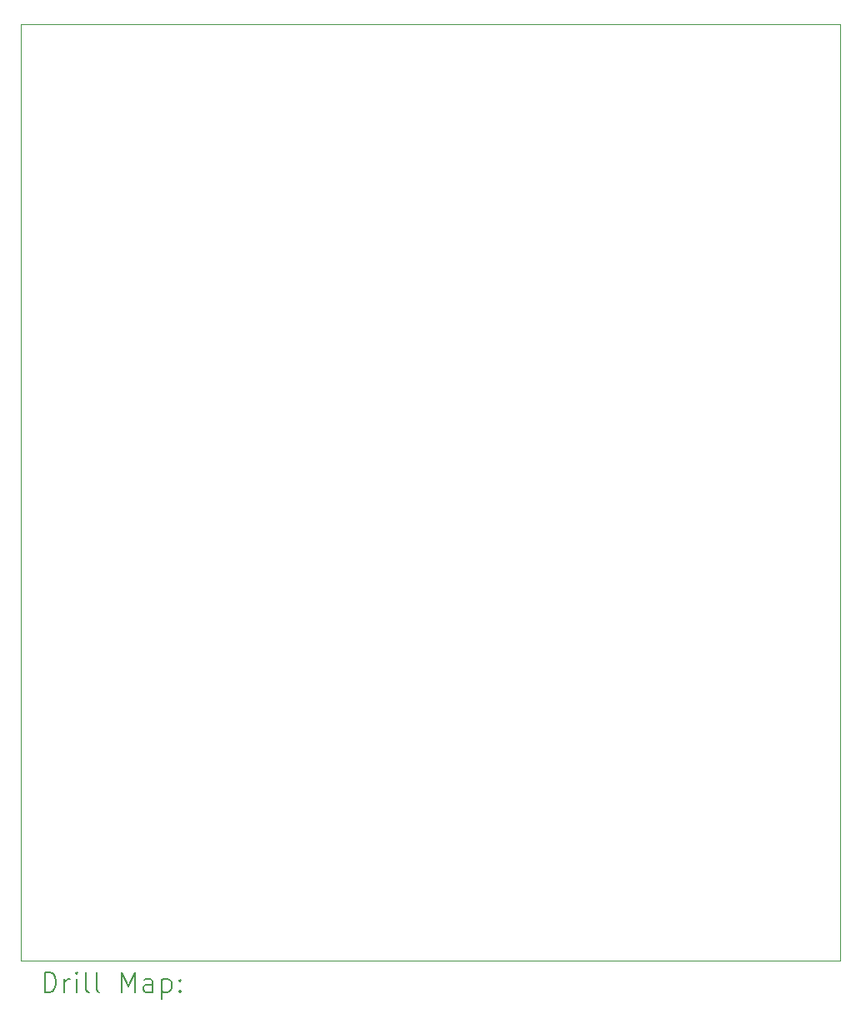
<source format=gbr>
%TF.GenerationSoftware,KiCad,Pcbnew,7.0.1*%
%TF.CreationDate,2023-11-08T17:30:50+01:00*%
%TF.ProjectId,keyboard,6b657962-6f61-4726-942e-6b696361645f,rev?*%
%TF.SameCoordinates,Original*%
%TF.FileFunction,Drillmap*%
%TF.FilePolarity,Positive*%
%FSLAX45Y45*%
G04 Gerber Fmt 4.5, Leading zero omitted, Abs format (unit mm)*
G04 Created by KiCad (PCBNEW 7.0.1) date 2023-11-08 17:30:50*
%MOMM*%
%LPD*%
G01*
G04 APERTURE LIST*
%ADD10C,0.100000*%
%ADD11C,0.200000*%
G04 APERTURE END LIST*
D10*
X8382000Y-3700000D02*
X16700000Y-3700000D01*
X16700000Y-13208000D01*
X8382000Y-13208000D01*
X8382000Y-3700000D01*
D11*
X8624619Y-13525524D02*
X8624619Y-13325524D01*
X8624619Y-13325524D02*
X8672238Y-13325524D01*
X8672238Y-13325524D02*
X8700810Y-13335048D01*
X8700810Y-13335048D02*
X8719857Y-13354095D01*
X8719857Y-13354095D02*
X8729381Y-13373143D01*
X8729381Y-13373143D02*
X8738905Y-13411238D01*
X8738905Y-13411238D02*
X8738905Y-13439809D01*
X8738905Y-13439809D02*
X8729381Y-13477905D01*
X8729381Y-13477905D02*
X8719857Y-13496952D01*
X8719857Y-13496952D02*
X8700810Y-13516000D01*
X8700810Y-13516000D02*
X8672238Y-13525524D01*
X8672238Y-13525524D02*
X8624619Y-13525524D01*
X8824619Y-13525524D02*
X8824619Y-13392190D01*
X8824619Y-13430286D02*
X8834143Y-13411238D01*
X8834143Y-13411238D02*
X8843667Y-13401714D01*
X8843667Y-13401714D02*
X8862714Y-13392190D01*
X8862714Y-13392190D02*
X8881762Y-13392190D01*
X8948429Y-13525524D02*
X8948429Y-13392190D01*
X8948429Y-13325524D02*
X8938905Y-13335048D01*
X8938905Y-13335048D02*
X8948429Y-13344571D01*
X8948429Y-13344571D02*
X8957952Y-13335048D01*
X8957952Y-13335048D02*
X8948429Y-13325524D01*
X8948429Y-13325524D02*
X8948429Y-13344571D01*
X9072238Y-13525524D02*
X9053190Y-13516000D01*
X9053190Y-13516000D02*
X9043667Y-13496952D01*
X9043667Y-13496952D02*
X9043667Y-13325524D01*
X9177000Y-13525524D02*
X9157952Y-13516000D01*
X9157952Y-13516000D02*
X9148429Y-13496952D01*
X9148429Y-13496952D02*
X9148429Y-13325524D01*
X9405571Y-13525524D02*
X9405571Y-13325524D01*
X9405571Y-13325524D02*
X9472238Y-13468381D01*
X9472238Y-13468381D02*
X9538905Y-13325524D01*
X9538905Y-13325524D02*
X9538905Y-13525524D01*
X9719857Y-13525524D02*
X9719857Y-13420762D01*
X9719857Y-13420762D02*
X9710333Y-13401714D01*
X9710333Y-13401714D02*
X9691286Y-13392190D01*
X9691286Y-13392190D02*
X9653190Y-13392190D01*
X9653190Y-13392190D02*
X9634143Y-13401714D01*
X9719857Y-13516000D02*
X9700810Y-13525524D01*
X9700810Y-13525524D02*
X9653190Y-13525524D01*
X9653190Y-13525524D02*
X9634143Y-13516000D01*
X9634143Y-13516000D02*
X9624619Y-13496952D01*
X9624619Y-13496952D02*
X9624619Y-13477905D01*
X9624619Y-13477905D02*
X9634143Y-13458857D01*
X9634143Y-13458857D02*
X9653190Y-13449333D01*
X9653190Y-13449333D02*
X9700810Y-13449333D01*
X9700810Y-13449333D02*
X9719857Y-13439809D01*
X9815095Y-13392190D02*
X9815095Y-13592190D01*
X9815095Y-13401714D02*
X9834143Y-13392190D01*
X9834143Y-13392190D02*
X9872238Y-13392190D01*
X9872238Y-13392190D02*
X9891286Y-13401714D01*
X9891286Y-13401714D02*
X9900810Y-13411238D01*
X9900810Y-13411238D02*
X9910333Y-13430286D01*
X9910333Y-13430286D02*
X9910333Y-13487428D01*
X9910333Y-13487428D02*
X9900810Y-13506476D01*
X9900810Y-13506476D02*
X9891286Y-13516000D01*
X9891286Y-13516000D02*
X9872238Y-13525524D01*
X9872238Y-13525524D02*
X9834143Y-13525524D01*
X9834143Y-13525524D02*
X9815095Y-13516000D01*
X9996048Y-13506476D02*
X10005571Y-13516000D01*
X10005571Y-13516000D02*
X9996048Y-13525524D01*
X9996048Y-13525524D02*
X9986524Y-13516000D01*
X9986524Y-13516000D02*
X9996048Y-13506476D01*
X9996048Y-13506476D02*
X9996048Y-13525524D01*
X9996048Y-13401714D02*
X10005571Y-13411238D01*
X10005571Y-13411238D02*
X9996048Y-13420762D01*
X9996048Y-13420762D02*
X9986524Y-13411238D01*
X9986524Y-13411238D02*
X9996048Y-13401714D01*
X9996048Y-13401714D02*
X9996048Y-13420762D01*
M02*

</source>
